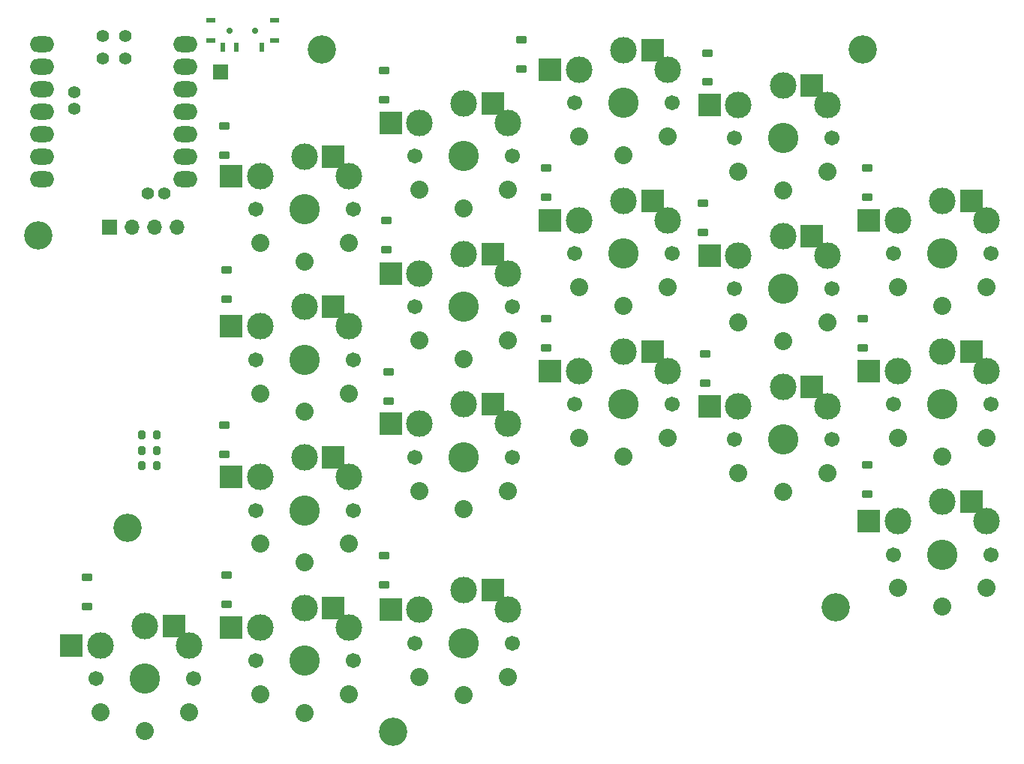
<source format=gbr>
%TF.GenerationSoftware,KiCad,Pcbnew,(7.0.0)*%
%TF.CreationDate,2023-09-04T00:10:11+01:00*%
%TF.ProjectId,Razer36_V2,52617a65-7233-4365-9f56-322e6b696361,rev?*%
%TF.SameCoordinates,Original*%
%TF.FileFunction,Soldermask,Top*%
%TF.FilePolarity,Negative*%
%FSLAX46Y46*%
G04 Gerber Fmt 4.6, Leading zero omitted, Abs format (unit mm)*
G04 Created by KiCad (PCBNEW (7.0.0)) date 2023-09-04 00:10:11*
%MOMM*%
%LPD*%
G01*
G04 APERTURE LIST*
G04 Aperture macros list*
%AMRoundRect*
0 Rectangle with rounded corners*
0 $1 Rounding radius*
0 $2 $3 $4 $5 $6 $7 $8 $9 X,Y pos of 4 corners*
0 Add a 4 corners polygon primitive as box body*
4,1,4,$2,$3,$4,$5,$6,$7,$8,$9,$2,$3,0*
0 Add four circle primitives for the rounded corners*
1,1,$1+$1,$2,$3*
1,1,$1+$1,$4,$5*
1,1,$1+$1,$6,$7*
1,1,$1+$1,$8,$9*
0 Add four rect primitives between the rounded corners*
20,1,$1+$1,$2,$3,$4,$5,0*
20,1,$1+$1,$4,$5,$6,$7,0*
20,1,$1+$1,$6,$7,$8,$9,0*
20,1,$1+$1,$8,$9,$2,$3,0*%
G04 Aperture macros list end*
%ADD10C,1.701800*%
%ADD11C,3.000000*%
%ADD12C,3.429000*%
%ADD13C,2.032000*%
%ADD14R,2.600000X2.600000*%
%ADD15C,3.200000*%
%ADD16RoundRect,0.225000X-0.375000X0.225000X-0.375000X-0.225000X0.375000X-0.225000X0.375000X0.225000X0*%
%ADD17O,2.750000X1.800000*%
%ADD18C,1.397000*%
%ADD19R,1.000000X0.600000*%
%ADD20R,1.100000X0.600000*%
%ADD21C,0.700000*%
%ADD22R,0.600000X1.000000*%
%ADD23R,1.700000X1.700000*%
%ADD24O,1.700000X1.700000*%
%ADD25RoundRect,0.200000X-0.200000X-0.275000X0.200000X-0.275000X0.200000X0.275000X-0.200000X0.275000X0*%
G04 APERTURE END LIST*
D10*
%TO.C,Sw4*%
X130500000Y-88000000D03*
D11*
X131000000Y-84250000D03*
X136000000Y-82050000D03*
D12*
X136000000Y-88000000D03*
D11*
X141000000Y-84250000D03*
D10*
X141500000Y-88000000D03*
D13*
X136000000Y-93900000D03*
D14*
X139274999Y-82049999D03*
X127724999Y-84249999D03*
D13*
X131000000Y-91800000D03*
X141000000Y-91800000D03*
%TD*%
D15*
%TO.C,REF\u002A\u002A*%
X80000000Y-136000000D03*
%TD*%
D10*
%TO.C,Sw17*%
X148500000Y-126000000D03*
D11*
X149000000Y-122250000D03*
X154000000Y-120050000D03*
D12*
X154000000Y-126000000D03*
D11*
X159000000Y-122250000D03*
D10*
X159500000Y-126000000D03*
D13*
X154000000Y-131900000D03*
D14*
X157274999Y-120049999D03*
X145724999Y-122249999D03*
D13*
X149000000Y-129800000D03*
X159000000Y-129800000D03*
%TD*%
D16*
%TO.C,D4*%
X124500000Y-80850000D03*
X124500000Y-84150000D03*
%TD*%
%TO.C,D6*%
X163500000Y-95350000D03*
X163500000Y-98650000D03*
%TD*%
%TO.C,D8*%
X91250000Y-106850000D03*
X91250000Y-110150000D03*
%TD*%
%TO.C,D9*%
X109250000Y-101250000D03*
X109250000Y-104550000D03*
%TD*%
D10*
%TO.C,Sw15*%
X112500000Y-128000000D03*
D11*
X113000000Y-124250000D03*
X118000000Y-122050000D03*
D12*
X118000000Y-128000000D03*
D11*
X123000000Y-124250000D03*
D10*
X123500000Y-128000000D03*
D13*
X118000000Y-133900000D03*
D14*
X121274999Y-122049999D03*
X109724999Y-124249999D03*
D13*
X113000000Y-131800000D03*
X123000000Y-131800000D03*
%TD*%
D17*
%TO.C,U1*%
X70404999Y-81379999D03*
X70404999Y-83919999D03*
X70404999Y-86459999D03*
X70404999Y-88999999D03*
X70404999Y-91539999D03*
X70404999Y-94079999D03*
X70404999Y-96619999D03*
X86594999Y-96619999D03*
X86594999Y-94079999D03*
X86594999Y-91539999D03*
X86594999Y-88999999D03*
X86594999Y-86459999D03*
X86594999Y-83919999D03*
X86594999Y-81379999D03*
D18*
X77230000Y-80428000D03*
X79770000Y-80428000D03*
X77230000Y-82968000D03*
X79770000Y-82968000D03*
X74055000Y-88683000D03*
X74055000Y-86778000D03*
X82310000Y-98208000D03*
X84215000Y-98208000D03*
%TD*%
D16*
%TO.C,D14*%
X91000000Y-124350000D03*
X91000000Y-127650000D03*
%TD*%
D15*
%TO.C,REF\u002A\u002A*%
X70000000Y-103000000D03*
%TD*%
D16*
%TO.C,D3*%
X109000000Y-84350000D03*
X109000000Y-87650000D03*
%TD*%
%TO.C,D7*%
X91250000Y-141350000D03*
X91250000Y-144650000D03*
%TD*%
%TO.C,D10*%
X127250000Y-95350000D03*
X127250000Y-98650000D03*
%TD*%
D19*
%TO.C,PWR1*%
X96599999Y-78706999D03*
D20*
X89399999Y-78706999D03*
D21*
X94450000Y-79850000D03*
X91550000Y-79850000D03*
D20*
X96599999Y-80992999D03*
D19*
X89399999Y-80992999D03*
D22*
X95199999Y-81699999D03*
X92299999Y-81699999D03*
X90799999Y-81699999D03*
%TD*%
D15*
%TO.C,REF\u002A\u002A*%
X163000000Y-82000000D03*
%TD*%
D16*
%TO.C,D17*%
X145250000Y-116350000D03*
X145250000Y-119650000D03*
%TD*%
%TO.C,D5*%
X145500000Y-82350000D03*
X145500000Y-85650000D03*
%TD*%
D23*
%TO.C,J1*%
X77999999Y-101999999D03*
D24*
X80539999Y-101999999D03*
X83079999Y-101999999D03*
X85619999Y-101999999D03*
%TD*%
D10*
%TO.C,Sw16*%
X130500000Y-122000000D03*
D11*
X131000000Y-118250000D03*
X136000000Y-116050000D03*
D12*
X136000000Y-122000000D03*
D11*
X141000000Y-118250000D03*
D10*
X141500000Y-122000000D03*
D13*
X136000000Y-127900000D03*
D14*
X139274999Y-116049999D03*
X127724999Y-118249999D03*
D13*
X131000000Y-125800000D03*
X141000000Y-125800000D03*
%TD*%
D15*
%TO.C,REF\u002A\u002A*%
X160000000Y-145000000D03*
%TD*%
D16*
%TO.C,D11*%
X145000000Y-99350000D03*
X145000000Y-102650000D03*
%TD*%
D10*
%TO.C,Sw9*%
X112500000Y-111000000D03*
D11*
X113000000Y-107250000D03*
X118000000Y-105050000D03*
D12*
X118000000Y-111000000D03*
D11*
X123000000Y-107250000D03*
D10*
X123500000Y-111000000D03*
D13*
X118000000Y-116900000D03*
D14*
X121274999Y-105049999D03*
X109724999Y-107249999D03*
D13*
X113000000Y-114800000D03*
X123000000Y-114800000D03*
%TD*%
D10*
%TO.C,Sw1*%
X76500000Y-153000000D03*
D11*
X77000000Y-149250000D03*
X82000000Y-147050000D03*
D12*
X82000000Y-153000000D03*
D11*
X87000000Y-149250000D03*
D10*
X87500000Y-153000000D03*
D13*
X82000000Y-158900000D03*
D14*
X85274999Y-147049999D03*
X73724999Y-149249999D03*
D13*
X77000000Y-156800000D03*
X87000000Y-156800000D03*
%TD*%
D10*
%TO.C,Sw10*%
X130500000Y-105000000D03*
D11*
X131000000Y-101250000D03*
X136000000Y-99050000D03*
D12*
X136000000Y-105000000D03*
D11*
X141000000Y-101250000D03*
D10*
X141500000Y-105000000D03*
D13*
X136000000Y-110900000D03*
D14*
X139274999Y-99049999D03*
X127724999Y-101249999D03*
D13*
X131000000Y-108800000D03*
X141000000Y-108800000D03*
%TD*%
D25*
%TO.C,R1*%
X81675000Y-125500000D03*
X83325000Y-125500000D03*
%TD*%
D16*
%TO.C,D13*%
X109000000Y-139100000D03*
X109000000Y-142400000D03*
%TD*%
%TO.C,D1*%
X75500000Y-141600000D03*
X75500000Y-144900000D03*
%TD*%
D10*
%TO.C,Sw5*%
X148500000Y-92000000D03*
D11*
X149000000Y-88250000D03*
X154000000Y-86050000D03*
D12*
X154000000Y-92000000D03*
D11*
X159000000Y-88250000D03*
D10*
X159500000Y-92000000D03*
D13*
X154000000Y-97900000D03*
D14*
X157274999Y-86049999D03*
X145724999Y-88249999D03*
D13*
X149000000Y-95800000D03*
X159000000Y-95800000D03*
%TD*%
D16*
%TO.C,D15*%
X109500000Y-118350000D03*
X109500000Y-121650000D03*
%TD*%
%TO.C,D16*%
X127250000Y-112350000D03*
X127250000Y-115650000D03*
%TD*%
D23*
%TO.C,J3*%
X90499999Y-84499999D03*
%TD*%
D10*
%TO.C,Sw6*%
X166500000Y-105000000D03*
D11*
X167000000Y-101250000D03*
X172000000Y-99050000D03*
D12*
X172000000Y-105000000D03*
D11*
X177000000Y-101250000D03*
D10*
X177500000Y-105000000D03*
D13*
X172000000Y-110900000D03*
D14*
X175274999Y-99049999D03*
X163724999Y-101249999D03*
D13*
X167000000Y-108800000D03*
X177000000Y-108800000D03*
%TD*%
D10*
%TO.C,Sw3*%
X112500000Y-94000000D03*
D11*
X113000000Y-90250000D03*
X118000000Y-88050000D03*
D12*
X118000000Y-94000000D03*
D11*
X123000000Y-90250000D03*
D10*
X123500000Y-94000000D03*
D13*
X118000000Y-99900000D03*
D14*
X121274999Y-88049999D03*
X109724999Y-90249999D03*
D13*
X113000000Y-97800000D03*
X123000000Y-97800000D03*
%TD*%
D10*
%TO.C,Sw11*%
X148500000Y-109000000D03*
D11*
X149000000Y-105250000D03*
X154000000Y-103050000D03*
D12*
X154000000Y-109000000D03*
D11*
X159000000Y-105250000D03*
D10*
X159500000Y-109000000D03*
D13*
X154000000Y-114900000D03*
D14*
X157274999Y-103049999D03*
X145724999Y-105249999D03*
D13*
X149000000Y-112800000D03*
X159000000Y-112800000D03*
%TD*%
D15*
%TO.C,REF\u002A\u002A*%
X110000000Y-159000000D03*
%TD*%
D10*
%TO.C,Sw2*%
X94500000Y-100000000D03*
D11*
X95000000Y-96250000D03*
X100000000Y-94050000D03*
D12*
X100000000Y-100000000D03*
D11*
X105000000Y-96250000D03*
D10*
X105500000Y-100000000D03*
D13*
X100000000Y-105900000D03*
D14*
X103274999Y-94049999D03*
X91724999Y-96249999D03*
D13*
X95000000Y-103800000D03*
X105000000Y-103800000D03*
%TD*%
D10*
%TO.C,Sw13*%
X112500000Y-149000000D03*
D11*
X113000000Y-145250000D03*
X118000000Y-143050000D03*
D12*
X118000000Y-149000000D03*
D11*
X123000000Y-145250000D03*
D10*
X123500000Y-149000000D03*
D13*
X118000000Y-154900000D03*
D14*
X121274999Y-143049999D03*
X109724999Y-145249999D03*
D13*
X113000000Y-152800000D03*
X123000000Y-152800000D03*
%TD*%
D10*
%TO.C,Sw7*%
X94500000Y-151000000D03*
D11*
X95000000Y-147250000D03*
X100000000Y-145050000D03*
D12*
X100000000Y-151000000D03*
D11*
X105000000Y-147250000D03*
D10*
X105500000Y-151000000D03*
D13*
X100000000Y-156900000D03*
D14*
X103274999Y-145049999D03*
X91724999Y-147249999D03*
D13*
X95000000Y-154800000D03*
X105000000Y-154800000D03*
%TD*%
D10*
%TO.C,Sw14*%
X94500000Y-134000000D03*
D11*
X95000000Y-130250000D03*
X100000000Y-128050000D03*
D12*
X100000000Y-134000000D03*
D11*
X105000000Y-130250000D03*
D10*
X105500000Y-134000000D03*
D13*
X100000000Y-139900000D03*
D14*
X103274999Y-128049999D03*
X91724999Y-130249999D03*
D13*
X95000000Y-137800000D03*
X105000000Y-137800000D03*
%TD*%
D25*
%TO.C,R3*%
X81675000Y-129000000D03*
X83325000Y-129000000D03*
%TD*%
D16*
%TO.C,D12*%
X163000000Y-112350000D03*
X163000000Y-115650000D03*
%TD*%
D10*
%TO.C,Sw12*%
X166500000Y-122000000D03*
D11*
X167000000Y-118250000D03*
X172000000Y-116050000D03*
D12*
X172000000Y-122000000D03*
D11*
X177000000Y-118250000D03*
D10*
X177500000Y-122000000D03*
D13*
X172000000Y-127900000D03*
D14*
X175274999Y-116049999D03*
X163724999Y-118249999D03*
D13*
X167000000Y-125800000D03*
X177000000Y-125800000D03*
%TD*%
D25*
%TO.C,R2*%
X81675000Y-127250000D03*
X83325000Y-127250000D03*
%TD*%
D10*
%TO.C,Sw8*%
X94500000Y-117000000D03*
D11*
X95000000Y-113250000D03*
X100000000Y-111050000D03*
D12*
X100000000Y-117000000D03*
D11*
X105000000Y-113250000D03*
D10*
X105500000Y-117000000D03*
D13*
X100000000Y-122900000D03*
D14*
X103274999Y-111049999D03*
X91724999Y-113249999D03*
D13*
X95000000Y-120800000D03*
X105000000Y-120800000D03*
%TD*%
D15*
%TO.C,REF\u002A\u002A*%
X102000000Y-82000000D03*
%TD*%
D16*
%TO.C,D2*%
X91000000Y-90600000D03*
X91000000Y-93900000D03*
%TD*%
%TO.C,D18*%
X163500000Y-128850000D03*
X163500000Y-132150000D03*
%TD*%
D10*
%TO.C,Sw18*%
X166500000Y-139000000D03*
D11*
X167000000Y-135250000D03*
X172000000Y-133050000D03*
D12*
X172000000Y-139000000D03*
D11*
X177000000Y-135250000D03*
D10*
X177500000Y-139000000D03*
D13*
X172000000Y-144900000D03*
D14*
X175274999Y-133049999D03*
X163724999Y-135249999D03*
D13*
X167000000Y-142800000D03*
X177000000Y-142800000D03*
%TD*%
D21*
%TO.C,PWR2*%
X94450000Y-79850000D03*
X91550000Y-79850000D03*
%TD*%
M02*

</source>
